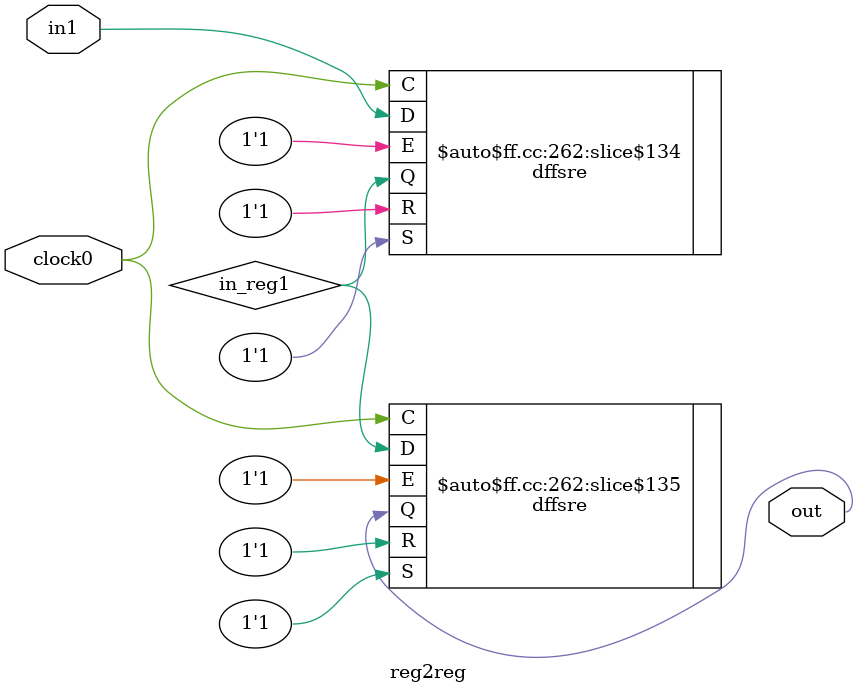
<source format=v>
/* Generated by Yosys 0.18+10 (git sha1 18ac9db6a, gcc 9.4.0 -fPIC -Os) */

(* top =  1  *)
(* src = "/nfs_scratch/scratch/AE/saad/Micro-BenchMark-Brams/CLB_Benchmarks/reg-reg-tc/./reg2reg.v:1" *)
module reg2reg(clock0, in1, out);
  (* keep = 32'h00000001 *)
  (* src = "/nfs_scratch/scratch/AE/saad/Micro-BenchMark-Brams/CLB_Benchmarks/reg-reg-tc/./reg2reg.v:3" *)
  input clock0;
  wire clock0;
  (* src = "/nfs_scratch/scratch/AE/saad/Micro-BenchMark-Brams/CLB_Benchmarks/reg-reg-tc/./reg2reg.v:4" *)
  input in1;
  wire in1;
  (* src = "/nfs_scratch/scratch/AE/saad/Micro-BenchMark-Brams/CLB_Benchmarks/reg-reg-tc/./reg2reg.v:8" *)
  wire in_reg1;
  (* src = "/nfs_scratch/scratch/AE/saad/Micro-BenchMark-Brams/CLB_Benchmarks/reg-reg-tc/./reg2reg.v:5" *)
  output out;
  wire out;
  (* module_not_derived = 32'h00000001 *)
  (* src = "/nfs_scratch/scratch/AE/saad/Micro-BenchMark-Brams/CLB_Benchmarks/reg-reg-tc/./reg2reg.v:14|/nfs_cadtools/raptor/instl_dir/09_26_2022_08_00_01/bin/../share/yosys/rapidsilicon/genesis/ffs_map.v:18.12-18.81" *)
  dffsre \$auto$ff.cc:262:slice$134  (
    .C(clock0),
    .D(in1),
    .E(1'h1),
    .Q(in_reg1),
    .R(1'h1),
    .S(1'h1)
  );
  (* module_not_derived = 32'h00000001 *)
  (* src = "/nfs_scratch/scratch/AE/saad/Micro-BenchMark-Brams/CLB_Benchmarks/reg-reg-tc/./reg2reg.v:19|/nfs_cadtools/raptor/instl_dir/09_26_2022_08_00_01/bin/../share/yosys/rapidsilicon/genesis/ffs_map.v:18.12-18.81" *)
  dffsre \$auto$ff.cc:262:slice$135  (
    .C(clock0),
    .D(in_reg1),
    .E(1'h1),
    .Q(out),
    .R(1'h1),
    .S(1'h1)
  );
endmodule

</source>
